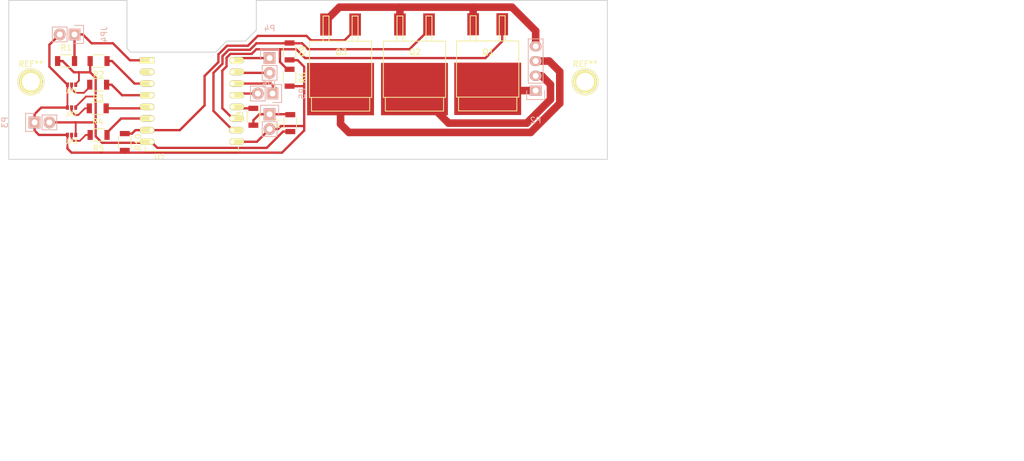
<source format=kicad_pcb>
(kicad_pcb (version 4) (host pcbnew 4.0.2+dfsg1-stable)

  (general
    (links 44)
    (no_connects 0)
    (area 101.778999 80.823999 204.799001 108.279001)
    (thickness 1.6)
    (drawings 14)
    (tracks 191)
    (zones 0)
    (modules 25)
    (nets 25)
  )

  (page A4)
  (title_block
    (title Playstools)
    (date 2016-03-27)
    (rev 1.1)
    (company "Nicola Corna")
    (comment 1 "Copyright 2016 Nicola Corna <nicola@corna.info>")
  )

  (layers
    (0 F.Cu signal)
    (31 B.Cu signal)
    (32 B.Adhes user)
    (33 F.Adhes user)
    (34 B.Paste user)
    (35 F.Paste user)
    (36 B.SilkS user)
    (37 F.SilkS user)
    (38 B.Mask user)
    (39 F.Mask user)
    (40 Dwgs.User user)
    (41 Cmts.User user)
    (42 Eco1.User user)
    (43 Eco2.User user)
    (44 Edge.Cuts user)
    (45 Margin user)
    (46 B.CrtYd user)
    (47 F.CrtYd user)
    (48 B.Fab user)
    (49 F.Fab user)
  )

  (setup
    (last_trace_width 0.4)
    (user_trace_width 0.3)
    (trace_clearance 0.3)
    (zone_clearance 0.508)
    (zone_45_only no)
    (trace_min 0.2)
    (segment_width 0.2)
    (edge_width 0.15)
    (via_size 1.2)
    (via_drill 0.6)
    (via_min_size 0.4)
    (via_min_drill 0.3)
    (uvia_size 0.3)
    (uvia_drill 0.1)
    (uvias_allowed no)
    (uvia_min_size 0.2)
    (uvia_min_drill 0.1)
    (pcb_text_width 0.3)
    (pcb_text_size 1.5 1.5)
    (mod_edge_width 0.15)
    (mod_text_size 1 1)
    (mod_text_width 0.15)
    (pad_size 1.524 1.524)
    (pad_drill 0.762)
    (pad_to_mask_clearance 0.2)
    (aux_axis_origin 0 0)
    (visible_elements FFFFFF7F)
    (pcbplotparams
      (layerselection 0x01000_00000001)
      (usegerberextensions false)
      (excludeedgelayer true)
      (linewidth 0.100000)
      (plotframeref false)
      (viasonmask false)
      (mode 1)
      (useauxorigin false)
      (hpglpennumber 1)
      (hpglpenspeed 20)
      (hpglpendiameter 15)
      (hpglpenoverlay 2)
      (psnegative false)
      (psa4output false)
      (plotreference true)
      (plotvalue true)
      (plotinvisibletext false)
      (padsonsilk false)
      (subtractmaskfromsilk false)
      (outputformat 1)
      (mirror false)
      (drillshape 0)
      (scaleselection 1)
      (outputdirectory ""))
  )

  (net 0 "")
  (net 1 +3V3)
  (net 2 "Net-(JP1-Pad2)")
  (net 3 GND)
  (net 4 "Net-(JP2-Pad2)")
  (net 5 "Net-(JP3-Pad2)")
  (net 6 "Net-(JP4-Pad1)")
  (net 7 "Net-(JP5-Pad1)")
  (net 8 "Net-(P2-Pad1)")
  (net 9 "Net-(P2-Pad2)")
  (net 10 "Net-(P2-Pad3)")
  (net 11 GNDPWR)
  (net 12 GREEN_PIN)
  (net 13 RED_PIN)
  (net 14 BLUE_PIN)
  (net 15 "Net-(R2-Pad1)")
  (net 16 "Net-(R3-Pad1)")
  (net 17 "Net-(R4-Pad1)")
  (net 18 "Net-(R5-Pad1)")
  (net 19 "Net-(U1-Pad2)")
  (net 20 ESP_RX)
  (net 21 ESP_TX)
  (net 22 "Net-(R8-Pad2)")
  (net 23 SCL)
  (net 24 SDA)

  (net_class Default "This is the default net class."
    (clearance 0.3)
    (trace_width 0.4)
    (via_dia 1.2)
    (via_drill 0.6)
    (uvia_dia 0.3)
    (uvia_drill 0.1)
    (add_net +3V3)
    (add_net BLUE_PIN)
    (add_net ESP_RX)
    (add_net ESP_TX)
    (add_net GND)
    (add_net GREEN_PIN)
    (add_net "Net-(JP1-Pad2)")
    (add_net "Net-(JP2-Pad2)")
    (add_net "Net-(JP3-Pad2)")
    (add_net "Net-(JP4-Pad1)")
    (add_net "Net-(JP5-Pad1)")
    (add_net "Net-(R2-Pad1)")
    (add_net "Net-(R3-Pad1)")
    (add_net "Net-(R4-Pad1)")
    (add_net "Net-(R5-Pad1)")
    (add_net "Net-(R8-Pad2)")
    (add_net "Net-(U1-Pad2)")
    (add_net RED_PIN)
    (add_net SCL)
    (add_net SDA)
  )

  (net_class Power ""
    (clearance 0.3)
    (trace_width 1.3)
    (via_dia 1.5)
    (via_drill 0.9)
    (uvia_dia 0.3)
    (uvia_drill 0.1)
    (add_net GNDPWR)
    (add_net "Net-(P2-Pad1)")
    (add_net "Net-(P2-Pad2)")
    (add_net "Net-(P2-Pad3)")
  )

  (module Pin_Headers:Pin_Header_Straight_1x02 (layer B.Cu) (tedit 54EA090C) (tstamp 56EFB3ED)
    (at 113.157 86.741 90)
    (descr "Through hole pin header")
    (tags "pin header")
    (path /56EFB7DC)
    (fp_text reference JP4 (at 0 5.1 90) (layer B.SilkS)
      (effects (font (size 1 1) (thickness 0.15)) (justify mirror))
    )
    (fp_text value JUMPER (at 0 3.1 90) (layer B.Fab)
      (effects (font (size 1 1) (thickness 0.15)) (justify mirror))
    )
    (fp_line (start 1.27 -1.27) (end 1.27 -3.81) (layer B.SilkS) (width 0.15))
    (fp_line (start 1.55 1.55) (end 1.55 0) (layer B.SilkS) (width 0.15))
    (fp_line (start -1.75 1.75) (end -1.75 -4.3) (layer B.CrtYd) (width 0.05))
    (fp_line (start 1.75 1.75) (end 1.75 -4.3) (layer B.CrtYd) (width 0.05))
    (fp_line (start -1.75 1.75) (end 1.75 1.75) (layer B.CrtYd) (width 0.05))
    (fp_line (start -1.75 -4.3) (end 1.75 -4.3) (layer B.CrtYd) (width 0.05))
    (fp_line (start 1.27 -1.27) (end -1.27 -1.27) (layer B.SilkS) (width 0.15))
    (fp_line (start -1.55 0) (end -1.55 1.55) (layer B.SilkS) (width 0.15))
    (fp_line (start -1.55 1.55) (end 1.55 1.55) (layer B.SilkS) (width 0.15))
    (fp_line (start -1.27 -1.27) (end -1.27 -3.81) (layer B.SilkS) (width 0.15))
    (fp_line (start -1.27 -3.81) (end 1.27 -3.81) (layer B.SilkS) (width 0.15))
    (pad 1 thru_hole rect (at 0 0 90) (size 2.032 2.032) (drill 1.016) (layers *.Cu *.Mask B.SilkS)
      (net 6 "Net-(JP4-Pad1)"))
    (pad 2 thru_hole oval (at 0 -2.54 90) (size 2.032 2.032) (drill 1.016) (layers *.Cu *.Mask B.SilkS)
      (net 3 GND))
    (model Pin_Headers.3dshapes/Pin_Header_Straight_1x02.wrl
      (at (xyz 0 -0.05 0))
      (scale (xyz 1 1 1))
      (rotate (xyz 0 0 90))
    )
  )

  (module Pin_Headers:Pin_Header_Straight_1x02 (layer B.Cu) (tedit 54EA090C) (tstamp 56EFB3F3)
    (at 146.685 100.457 180)
    (descr "Through hole pin header")
    (tags "pin header")
    (path /56EFAD49)
    (fp_text reference JP5 (at 0 5.1 180) (layer B.SilkS)
      (effects (font (size 1 1) (thickness 0.15)) (justify mirror))
    )
    (fp_text value JUMPER (at 0 3.1 180) (layer B.Fab)
      (effects (font (size 1 1) (thickness 0.15)) (justify mirror))
    )
    (fp_line (start 1.27 -1.27) (end 1.27 -3.81) (layer B.SilkS) (width 0.15))
    (fp_line (start 1.55 1.55) (end 1.55 0) (layer B.SilkS) (width 0.15))
    (fp_line (start -1.75 1.75) (end -1.75 -4.3) (layer B.CrtYd) (width 0.05))
    (fp_line (start 1.75 1.75) (end 1.75 -4.3) (layer B.CrtYd) (width 0.05))
    (fp_line (start -1.75 1.75) (end 1.75 1.75) (layer B.CrtYd) (width 0.05))
    (fp_line (start -1.75 -4.3) (end 1.75 -4.3) (layer B.CrtYd) (width 0.05))
    (fp_line (start 1.27 -1.27) (end -1.27 -1.27) (layer B.SilkS) (width 0.15))
    (fp_line (start -1.55 0) (end -1.55 1.55) (layer B.SilkS) (width 0.15))
    (fp_line (start -1.55 1.55) (end 1.55 1.55) (layer B.SilkS) (width 0.15))
    (fp_line (start -1.27 -1.27) (end -1.27 -3.81) (layer B.SilkS) (width 0.15))
    (fp_line (start -1.27 -3.81) (end 1.27 -3.81) (layer B.SilkS) (width 0.15))
    (pad 1 thru_hole rect (at 0 0 180) (size 2.032 2.032) (drill 1.016) (layers *.Cu *.Mask B.SilkS)
      (net 7 "Net-(JP5-Pad1)"))
    (pad 2 thru_hole oval (at 0 -2.54 180) (size 2.032 2.032) (drill 1.016) (layers *.Cu *.Mask B.SilkS)
      (net 3 GND))
    (model Pin_Headers.3dshapes/Pin_Header_Straight_1x02.wrl
      (at (xyz 0 -0.05 0))
      (scale (xyz 1 1 1))
      (rotate (xyz 0 0 90))
    )
  )

  (module Pin_Headers:Pin_Header_Straight_1x04 (layer B.Cu) (tedit 0) (tstamp 56EFB400)
    (at 192.405 96.393)
    (descr "Through hole pin header")
    (tags "pin header")
    (path /56EFC760)
    (fp_text reference P2 (at 0 5.1) (layer B.SilkS)
      (effects (font (size 1 1) (thickness 0.15)) (justify mirror))
    )
    (fp_text value CONN_01X04 (at 0 3.1) (layer B.Fab)
      (effects (font (size 1 1) (thickness 0.15)) (justify mirror))
    )
    (fp_line (start -1.75 1.75) (end -1.75 -9.4) (layer B.CrtYd) (width 0.05))
    (fp_line (start 1.75 1.75) (end 1.75 -9.4) (layer B.CrtYd) (width 0.05))
    (fp_line (start -1.75 1.75) (end 1.75 1.75) (layer B.CrtYd) (width 0.05))
    (fp_line (start -1.75 -9.4) (end 1.75 -9.4) (layer B.CrtYd) (width 0.05))
    (fp_line (start -1.27 -1.27) (end -1.27 -8.89) (layer B.SilkS) (width 0.15))
    (fp_line (start 1.27 -1.27) (end 1.27 -8.89) (layer B.SilkS) (width 0.15))
    (fp_line (start 1.55 1.55) (end 1.55 0) (layer B.SilkS) (width 0.15))
    (fp_line (start -1.27 -8.89) (end 1.27 -8.89) (layer B.SilkS) (width 0.15))
    (fp_line (start 1.27 -1.27) (end -1.27 -1.27) (layer B.SilkS) (width 0.15))
    (fp_line (start -1.55 0) (end -1.55 1.55) (layer B.SilkS) (width 0.15))
    (fp_line (start -1.55 1.55) (end 1.55 1.55) (layer B.SilkS) (width 0.15))
    (pad 1 thru_hole rect (at 0 0) (size 2.032 1.7272) (drill 1.016) (layers *.Cu *.Mask B.SilkS)
      (net 8 "Net-(P2-Pad1)"))
    (pad 2 thru_hole oval (at 0 -2.54) (size 2.032 1.7272) (drill 1.016) (layers *.Cu *.Mask B.SilkS)
      (net 9 "Net-(P2-Pad2)"))
    (pad 3 thru_hole oval (at 0 -5.08) (size 2.032 1.7272) (drill 1.016) (layers *.Cu *.Mask B.SilkS)
      (net 10 "Net-(P2-Pad3)"))
    (pad 4 thru_hole oval (at 0 -7.62) (size 2.032 1.7272) (drill 1.016) (layers *.Cu *.Mask B.SilkS)
      (net 11 GNDPWR))
    (model Pin_Headers.3dshapes/Pin_Header_Straight_1x04.wrl
      (at (xyz 0 -0.15 0))
      (scale (xyz 1 1 1))
      (rotate (xyz 0 0 90))
    )
  )

  (module TO_SOT_Packages_SMD:SOT-404 (layer F.Cu) (tedit 0) (tstamp 56EFB407)
    (at 184.158703 90.541365 180)
    (descr SOT404)
    (path /56EFC3D8)
    (attr smd)
    (fp_text reference Q1 (at -0.09906 0.8001 180) (layer F.SilkS)
      (effects (font (size 1 1) (thickness 0.15)))
    )
    (fp_text value Q_NMOS_GDS (at -0.20066 1.09982 180) (layer F.Fab)
      (effects (font (size 1 1) (thickness 0.15)))
    )
    (fp_line (start -5.0038 -6.9723) (end -5.0038 -9.3345) (layer F.SilkS) (width 0.15))
    (fp_line (start -5.0038 -9.3345) (end 5.0038 -9.3345) (layer F.SilkS) (width 0.15))
    (fp_line (start 5.0038 -9.3345) (end 5.0038 -6.9723) (layer F.SilkS) (width 0.15))
    (fp_line (start 2.9972 7.0104) (end 2.9972 2.6797) (layer F.SilkS) (width 0.15))
    (fp_line (start 1.9939 7.0104) (end 2.9972 7.0104) (layer F.SilkS) (width 0.15))
    (fp_line (start 1.9939 2.6797) (end 1.9939 7.0104) (layer F.SilkS) (width 0.15))
    (fp_line (start -2.9972 2.6797) (end -2.9972 7.0104) (layer F.SilkS) (width 0.15))
    (fp_line (start -2.9972 7.0104) (end -1.9939 7.0104) (layer F.SilkS) (width 0.15))
    (fp_line (start -1.9939 7.0104) (end -1.9939 2.6797) (layer F.SilkS) (width 0.15))
    (fp_line (start -5.3467 -6.9723) (end 5.3467 -6.9723) (layer F.SilkS) (width 0.15))
    (fp_line (start 5.3467 -6.9723) (end 5.3467 2.6797) (layer F.SilkS) (width 0.15))
    (fp_line (start 5.3467 2.6797) (end -5.3467 2.6797) (layer F.SilkS) (width 0.15))
    (fp_line (start -5.3467 2.6797) (end -5.3467 -6.9723) (layer F.SilkS) (width 0.15))
    (pad 1 smd rect (at -2.49936 5.5499 180) (size 1.99898 3.79984) (layers F.Cu F.Paste F.Mask)
      (net 12 GREEN_PIN))
    (pad 3 smd rect (at 2.49936 5.5499 180) (size 1.99898 3.79984) (layers F.Cu F.Paste F.Mask)
      (net 11 GNDPWR))
    (pad 2 smd rect (at 0 -5.5499 180) (size 11.50112 8.99922) (layers F.Cu F.Paste F.Mask)
      (net 8 "Net-(P2-Pad1)"))
    (model TO_SOT_Packages_SMD.3dshapes/SOT-404.wrl
      (at (xyz 0 0 0))
      (scale (xyz 1 1 1))
      (rotate (xyz 0 0 0))
    )
  )

  (module TO_SOT_Packages_SMD:SOT-404 (layer F.Cu) (tedit 0) (tstamp 56EFB40E)
    (at 171.577 90.579465 180)
    (descr SOT404)
    (path /56EFC316)
    (attr smd)
    (fp_text reference Q2 (at -0.09906 0.8001 180) (layer F.SilkS)
      (effects (font (size 1 1) (thickness 0.15)))
    )
    (fp_text value Q_NMOS_GDS (at -0.20066 1.09982 180) (layer F.Fab)
      (effects (font (size 1 1) (thickness 0.15)))
    )
    (fp_line (start -5.0038 -6.9723) (end -5.0038 -9.3345) (layer F.SilkS) (width 0.15))
    (fp_line (start -5.0038 -9.3345) (end 5.0038 -9.3345) (layer F.SilkS) (width 0.15))
    (fp_line (start 5.0038 -9.3345) (end 5.0038 -6.9723) (layer F.SilkS) (width 0.15))
    (fp_line (start 2.9972 7.0104) (end 2.9972 2.6797) (layer F.SilkS) (width 0.15))
    (fp_line (start 1.9939 7.0104) (end 2.9972 7.0104) (layer F.SilkS) (width 0.15))
    (fp_line (start 1.9939 2.6797) (end 1.9939 7.0104) (layer F.SilkS) (width 0.15))
    (fp_line (start -2.9972 2.6797) (end -2.9972 7.0104) (layer F.SilkS) (width 0.15))
    (fp_line (start -2.9972 7.0104) (end -1.9939 7.0104) (layer F.SilkS) (width 0.15))
    (fp_line (start -1.9939 7.0104) (end -1.9939 2.6797) (layer F.SilkS) (width 0.15))
    (fp_line (start -5.3467 -6.9723) (end 5.3467 -6.9723) (layer F.SilkS) (width 0.15))
    (fp_line (start 5.3467 -6.9723) (end 5.3467 2.6797) (layer F.SilkS) (width 0.15))
    (fp_line (start 5.3467 2.6797) (end -5.3467 2.6797) (layer F.SilkS) (width 0.15))
    (fp_line (start -5.3467 2.6797) (end -5.3467 -6.9723) (layer F.SilkS) (width 0.15))
    (pad 1 smd rect (at -2.49936 5.5499 180) (size 1.99898 3.79984) (layers F.Cu F.Paste F.Mask)
      (net 13 RED_PIN))
    (pad 3 smd rect (at 2.49936 5.5499 180) (size 1.99898 3.79984) (layers F.Cu F.Paste F.Mask)
      (net 11 GNDPWR))
    (pad 2 smd rect (at 0 -5.5499 180) (size 11.50112 8.99922) (layers F.Cu F.Paste F.Mask)
      (net 9 "Net-(P2-Pad2)"))
    (model TO_SOT_Packages_SMD.3dshapes/SOT-404.wrl
      (at (xyz 0 0 0))
      (scale (xyz 1 1 1))
      (rotate (xyz 0 0 0))
    )
  )

  (module TO_SOT_Packages_SMD:SOT-404 (layer F.Cu) (tedit 0) (tstamp 56EFB415)
    (at 158.877 90.5891 180)
    (descr SOT404)
    (path /56EFC365)
    (attr smd)
    (fp_text reference Q3 (at -0.09906 0.8001 180) (layer F.SilkS)
      (effects (font (size 1 1) (thickness 0.15)))
    )
    (fp_text value Q_NMOS_GDS (at -0.20066 1.09982 180) (layer F.Fab)
      (effects (font (size 1 1) (thickness 0.15)))
    )
    (fp_line (start -5.0038 -6.9723) (end -5.0038 -9.3345) (layer F.SilkS) (width 0.15))
    (fp_line (start -5.0038 -9.3345) (end 5.0038 -9.3345) (layer F.SilkS) (width 0.15))
    (fp_line (start 5.0038 -9.3345) (end 5.0038 -6.9723) (layer F.SilkS) (width 0.15))
    (fp_line (start 2.9972 7.0104) (end 2.9972 2.6797) (layer F.SilkS) (width 0.15))
    (fp_line (start 1.9939 7.0104) (end 2.9972 7.0104) (layer F.SilkS) (width 0.15))
    (fp_line (start 1.9939 2.6797) (end 1.9939 7.0104) (layer F.SilkS) (width 0.15))
    (fp_line (start -2.9972 2.6797) (end -2.9972 7.0104) (layer F.SilkS) (width 0.15))
    (fp_line (start -2.9972 7.0104) (end -1.9939 7.0104) (layer F.SilkS) (width 0.15))
    (fp_line (start -1.9939 7.0104) (end -1.9939 2.6797) (layer F.SilkS) (width 0.15))
    (fp_line (start -5.3467 -6.9723) (end 5.3467 -6.9723) (layer F.SilkS) (width 0.15))
    (fp_line (start 5.3467 -6.9723) (end 5.3467 2.6797) (layer F.SilkS) (width 0.15))
    (fp_line (start 5.3467 2.6797) (end -5.3467 2.6797) (layer F.SilkS) (width 0.15))
    (fp_line (start -5.3467 2.6797) (end -5.3467 -6.9723) (layer F.SilkS) (width 0.15))
    (pad 1 smd rect (at -2.49936 5.5499 180) (size 1.99898 3.79984) (layers F.Cu F.Paste F.Mask)
      (net 14 BLUE_PIN))
    (pad 3 smd rect (at 2.49936 5.5499 180) (size 1.99898 3.79984) (layers F.Cu F.Paste F.Mask)
      (net 11 GNDPWR))
    (pad 2 smd rect (at 0 -5.5499 180) (size 11.50112 8.99922) (layers F.Cu F.Paste F.Mask)
      (net 10 "Net-(P2-Pad3)"))
    (model TO_SOT_Packages_SMD.3dshapes/SOT-404.wrl
      (at (xyz 0 0 0))
      (scale (xyz 1 1 1))
      (rotate (xyz 0 0 0))
    )
  )

  (module Resistors_SMD:R_1206 (layer F.Cu) (tedit 5415CFA7) (tstamp 56EFB41B)
    (at 111.707 91.313)
    (descr "Resistor SMD 1206, reflow soldering, Vishay (see dcrcw.pdf)")
    (tags "resistor 1206")
    (path /56EFB7D6)
    (attr smd)
    (fp_text reference R1 (at 0 -2.3) (layer F.SilkS)
      (effects (font (size 1 1) (thickness 0.15)))
    )
    (fp_text value 10k (at 0 2.3) (layer F.Fab)
      (effects (font (size 1 1) (thickness 0.15)))
    )
    (fp_line (start -2.2 -1.2) (end 2.2 -1.2) (layer F.CrtYd) (width 0.05))
    (fp_line (start -2.2 1.2) (end 2.2 1.2) (layer F.CrtYd) (width 0.05))
    (fp_line (start -2.2 -1.2) (end -2.2 1.2) (layer F.CrtYd) (width 0.05))
    (fp_line (start 2.2 -1.2) (end 2.2 1.2) (layer F.CrtYd) (width 0.05))
    (fp_line (start 1 1.075) (end -1 1.075) (layer F.SilkS) (width 0.15))
    (fp_line (start -1 -1.075) (end 1 -1.075) (layer F.SilkS) (width 0.15))
    (pad 1 smd rect (at -1.45 0) (size 0.9 1.7) (layers F.Cu F.Paste F.Mask)
      (net 1 +3V3))
    (pad 2 smd rect (at 1.45 0) (size 0.9 1.7) (layers F.Cu F.Paste F.Mask)
      (net 6 "Net-(JP4-Pad1)"))
    (model Resistors_SMD.3dshapes/R_1206.wrl
      (at (xyz 0 0 0))
      (scale (xyz 1 1 1))
      (rotate (xyz 0 0 0))
    )
  )

  (module Resistors_SMD:R_1206 (layer F.Cu) (tedit 5415CFA7) (tstamp 56EFB421)
    (at 117.295 91.313 180)
    (descr "Resistor SMD 1206, reflow soldering, Vishay (see dcrcw.pdf)")
    (tags "resistor 1206")
    (path /56EFB4A2)
    (attr smd)
    (fp_text reference R2 (at 0 -2.3 180) (layer F.SilkS)
      (effects (font (size 1 1) (thickness 0.15)))
    )
    (fp_text value 1k (at 0 2.3 180) (layer F.Fab)
      (effects (font (size 1 1) (thickness 0.15)))
    )
    (fp_line (start -2.2 -1.2) (end 2.2 -1.2) (layer F.CrtYd) (width 0.05))
    (fp_line (start -2.2 1.2) (end 2.2 1.2) (layer F.CrtYd) (width 0.05))
    (fp_line (start -2.2 -1.2) (end -2.2 1.2) (layer F.CrtYd) (width 0.05))
    (fp_line (start 2.2 -1.2) (end 2.2 1.2) (layer F.CrtYd) (width 0.05))
    (fp_line (start 1 1.075) (end -1 1.075) (layer F.SilkS) (width 0.15))
    (fp_line (start -1 -1.075) (end 1 -1.075) (layer F.SilkS) (width 0.15))
    (pad 1 smd rect (at -1.45 0 180) (size 0.9 1.7) (layers F.Cu F.Paste F.Mask)
      (net 15 "Net-(R2-Pad1)"))
    (pad 2 smd rect (at 1.45 0 180) (size 0.9 1.7) (layers F.Cu F.Paste F.Mask)
      (net 1 +3V3))
    (model Resistors_SMD.3dshapes/R_1206.wrl
      (at (xyz 0 0 0))
      (scale (xyz 1 1 1))
      (rotate (xyz 0 0 0))
    )
  )

  (module Resistors_SMD:R_1206 (layer F.Cu) (tedit 5415CFA7) (tstamp 56EFB427)
    (at 117.221 95.377 180)
    (descr "Resistor SMD 1206, reflow soldering, Vishay (see dcrcw.pdf)")
    (tags "resistor 1206")
    (path /56EFB331)
    (attr smd)
    (fp_text reference R3 (at 0 -2.3 180) (layer F.SilkS)
      (effects (font (size 1 1) (thickness 0.15)))
    )
    (fp_text value 1k (at 0 2.3 180) (layer F.Fab)
      (effects (font (size 1 1) (thickness 0.15)))
    )
    (fp_line (start -2.2 -1.2) (end 2.2 -1.2) (layer F.CrtYd) (width 0.05))
    (fp_line (start -2.2 1.2) (end 2.2 1.2) (layer F.CrtYd) (width 0.05))
    (fp_line (start -2.2 -1.2) (end -2.2 1.2) (layer F.CrtYd) (width 0.05))
    (fp_line (start 2.2 -1.2) (end 2.2 1.2) (layer F.CrtYd) (width 0.05))
    (fp_line (start 1 1.075) (end -1 1.075) (layer F.SilkS) (width 0.15))
    (fp_line (start -1 -1.075) (end 1 -1.075) (layer F.SilkS) (width 0.15))
    (pad 1 smd rect (at -1.45 0 180) (size 0.9 1.7) (layers F.Cu F.Paste F.Mask)
      (net 16 "Net-(R3-Pad1)"))
    (pad 2 smd rect (at 1.45 0 180) (size 0.9 1.7) (layers F.Cu F.Paste F.Mask)
      (net 2 "Net-(JP1-Pad2)"))
    (model Resistors_SMD.3dshapes/R_1206.wrl
      (at (xyz 0 0 0))
      (scale (xyz 1 1 1))
      (rotate (xyz 0 0 0))
    )
  )

  (module Resistors_SMD:R_1206 (layer F.Cu) (tedit 5415CFA7) (tstamp 56EFB42D)
    (at 117.147 99.441 180)
    (descr "Resistor SMD 1206, reflow soldering, Vishay (see dcrcw.pdf)")
    (tags "resistor 1206")
    (path /56EFB3DD)
    (attr smd)
    (fp_text reference R4 (at 0 -2.3 180) (layer F.SilkS)
      (effects (font (size 1 1) (thickness 0.15)))
    )
    (fp_text value 1k (at 0 2.3 180) (layer F.Fab)
      (effects (font (size 1 1) (thickness 0.15)))
    )
    (fp_line (start -2.2 -1.2) (end 2.2 -1.2) (layer F.CrtYd) (width 0.05))
    (fp_line (start -2.2 1.2) (end 2.2 1.2) (layer F.CrtYd) (width 0.05))
    (fp_line (start -2.2 -1.2) (end -2.2 1.2) (layer F.CrtYd) (width 0.05))
    (fp_line (start 2.2 -1.2) (end 2.2 1.2) (layer F.CrtYd) (width 0.05))
    (fp_line (start 1 1.075) (end -1 1.075) (layer F.SilkS) (width 0.15))
    (fp_line (start -1 -1.075) (end 1 -1.075) (layer F.SilkS) (width 0.15))
    (pad 1 smd rect (at -1.45 0 180) (size 0.9 1.7) (layers F.Cu F.Paste F.Mask)
      (net 17 "Net-(R4-Pad1)"))
    (pad 2 smd rect (at 1.45 0 180) (size 0.9 1.7) (layers F.Cu F.Paste F.Mask)
      (net 4 "Net-(JP2-Pad2)"))
    (model Resistors_SMD.3dshapes/R_1206.wrl
      (at (xyz 0 0 0))
      (scale (xyz 1 1 1))
      (rotate (xyz 0 0 0))
    )
  )

  (module Resistors_SMD:R_1206 (layer F.Cu) (tedit 5415CFA7) (tstamp 56EFB433)
    (at 117.295 104.013 180)
    (descr "Resistor SMD 1206, reflow soldering, Vishay (see dcrcw.pdf)")
    (tags "resistor 1206")
    (path /56EFB40C)
    (attr smd)
    (fp_text reference R5 (at 0 -2.3 180) (layer F.SilkS)
      (effects (font (size 1 1) (thickness 0.15)))
    )
    (fp_text value 1k (at 0 2.3 180) (layer F.Fab)
      (effects (font (size 1 1) (thickness 0.15)))
    )
    (fp_line (start -2.2 -1.2) (end 2.2 -1.2) (layer F.CrtYd) (width 0.05))
    (fp_line (start -2.2 1.2) (end 2.2 1.2) (layer F.CrtYd) (width 0.05))
    (fp_line (start -2.2 -1.2) (end -2.2 1.2) (layer F.CrtYd) (width 0.05))
    (fp_line (start 2.2 -1.2) (end 2.2 1.2) (layer F.CrtYd) (width 0.05))
    (fp_line (start 1 1.075) (end -1 1.075) (layer F.SilkS) (width 0.15))
    (fp_line (start -1 -1.075) (end 1 -1.075) (layer F.SilkS) (width 0.15))
    (pad 1 smd rect (at -1.45 0 180) (size 0.9 1.7) (layers F.Cu F.Paste F.Mask)
      (net 18 "Net-(R5-Pad1)"))
    (pad 2 smd rect (at 1.45 0 180) (size 0.9 1.7) (layers F.Cu F.Paste F.Mask)
      (net 5 "Net-(JP3-Pad2)"))
    (model Resistors_SMD.3dshapes/R_1206.wrl
      (at (xyz 0 0 0))
      (scale (xyz 1 1 1))
      (rotate (xyz 0 0 0))
    )
  )

  (module Resistors_SMD:R_1206 (layer F.Cu) (tedit 5415CFA7) (tstamp 56EFB43F)
    (at 150.241 101.981 90)
    (descr "Resistor SMD 1206, reflow soldering, Vishay (see dcrcw.pdf)")
    (tags "resistor 1206")
    (path /56EFACD2)
    (attr smd)
    (fp_text reference R7 (at 0 -2.3 90) (layer F.SilkS)
      (effects (font (size 1 1) (thickness 0.15)))
    )
    (fp_text value 10k (at 0 2.3 90) (layer F.Fab)
      (effects (font (size 1 1) (thickness 0.15)))
    )
    (fp_line (start -2.2 -1.2) (end 2.2 -1.2) (layer F.CrtYd) (width 0.05))
    (fp_line (start -2.2 1.2) (end 2.2 1.2) (layer F.CrtYd) (width 0.05))
    (fp_line (start -2.2 -1.2) (end -2.2 1.2) (layer F.CrtYd) (width 0.05))
    (fp_line (start 2.2 -1.2) (end 2.2 1.2) (layer F.CrtYd) (width 0.05))
    (fp_line (start 1 1.075) (end -1 1.075) (layer F.SilkS) (width 0.15))
    (fp_line (start -1 -1.075) (end 1 -1.075) (layer F.SilkS) (width 0.15))
    (pad 1 smd rect (at -1.45 0 90) (size 0.9 1.7) (layers F.Cu F.Paste F.Mask)
      (net 1 +3V3))
    (pad 2 smd rect (at 1.45 0 90) (size 0.9 1.7) (layers F.Cu F.Paste F.Mask)
      (net 7 "Net-(JP5-Pad1)"))
    (model Resistors_SMD.3dshapes/R_1206.wrl
      (at (xyz 0 0 0))
      (scale (xyz 1 1 1))
      (rotate (xyz 0 0 0))
    )
  )

  (module ESP8266:ESP-12 locked (layer F.Cu) (tedit 55BE5912) (tstamp 56EFB453)
    (at 126.335 91.187)
    (descr "Module, ESP-8266, ESP-12, 16 pad, SMD")
    (tags "Module ESP-8266 ESP8266")
    (path /56EFAC3E)
    (fp_text reference U1 (at 1.5 16.6) (layer F.SilkS)
      (effects (font (size 1 1) (thickness 0.15)))
    )
    (fp_text value ESP-12 (at 6.992 1) (layer F.Fab)
      (effects (font (size 1 1) (thickness 0.15)))
    )
    (fp_line (start -2.25 -0.5) (end -2.25 -8.75) (layer F.CrtYd) (width 0.05))
    (fp_line (start -2.25 -8.75) (end 15.25 -8.75) (layer F.CrtYd) (width 0.05))
    (fp_line (start 15.25 -8.75) (end 16.25 -8.75) (layer F.CrtYd) (width 0.05))
    (fp_line (start 16.25 -8.75) (end 16.25 16) (layer F.CrtYd) (width 0.05))
    (fp_line (start 16.25 16) (end -2.25 16) (layer F.CrtYd) (width 0.05))
    (fp_line (start -2.25 16) (end -2.25 -0.5) (layer F.CrtYd) (width 0.05))
    (fp_line (start -1.016 -8.382) (end 14.986 -8.382) (layer F.CrtYd) (width 0.1524))
    (fp_line (start 14.986 -8.382) (end 14.986 -0.889) (layer F.CrtYd) (width 0.1524))
    (fp_line (start -1.016 -8.382) (end -1.016 -1.016) (layer F.CrtYd) (width 0.1524))
    (fp_line (start -1.016 14.859) (end -1.016 15.621) (layer F.SilkS) (width 0.1524))
    (fp_line (start -1.016 15.621) (end 14.986 15.621) (layer F.SilkS) (width 0.1524))
    (fp_line (start 14.986 15.621) (end 14.986 14.859) (layer F.SilkS) (width 0.1524))
    (fp_line (start 14.992 -8.4) (end -1.008 -2.6) (layer F.CrtYd) (width 0.1524))
    (fp_line (start -1.008 -8.4) (end 14.992 -2.6) (layer F.CrtYd) (width 0.1524))
    (fp_text user "No Copper" (at 6.892 -5.4) (layer F.CrtYd)
      (effects (font (size 1 1) (thickness 0.15)))
    )
    (fp_line (start -1.008 -2.6) (end 14.992 -2.6) (layer F.CrtYd) (width 0.1524))
    (fp_line (start 15 -8.4) (end 15 15.6) (layer F.Fab) (width 0.05))
    (fp_line (start 14.992 15.6) (end -1.008 15.6) (layer F.Fab) (width 0.05))
    (fp_line (start -1.008 15.6) (end -1.008 -8.4) (layer F.Fab) (width 0.05))
    (fp_line (start -1.008 -8.4) (end 14.992 -8.4) (layer F.Fab) (width 0.05))
    (pad 1 thru_hole rect (at 0 0) (size 2.5 1.1) (drill 0.65 (offset -0.7 0)) (layers *.Cu *.Mask F.SilkS)
      (net 6 "Net-(JP4-Pad1)"))
    (pad 2 thru_hole oval (at 0 2) (size 2.5 1.1) (drill 0.65 (offset -0.7 0)) (layers *.Cu *.Mask F.SilkS)
      (net 19 "Net-(U1-Pad2)"))
    (pad 3 thru_hole oval (at 0 4) (size 2.5 1.1) (drill 0.65 (offset -0.7 0)) (layers *.Cu *.Mask F.SilkS)
      (net 15 "Net-(R2-Pad1)"))
    (pad 4 thru_hole oval (at 0 6) (size 2.5 1.1) (drill 0.65 (offset -0.7 0)) (layers *.Cu *.Mask F.SilkS)
      (net 16 "Net-(R3-Pad1)"))
    (pad 5 thru_hole oval (at 0 8) (size 2.5 1.1) (drill 0.65 (offset -0.7 0)) (layers *.Cu *.Mask F.SilkS)
      (net 17 "Net-(R4-Pad1)"))
    (pad 6 thru_hole oval (at 0 10) (size 2.5 1.1) (drill 0.65 (offset -0.7 0)) (layers *.Cu *.Mask F.SilkS)
      (net 18 "Net-(R5-Pad1)"))
    (pad 7 thru_hole oval (at 0 12) (size 2.5 1.1) (drill 0.65 (offset -0.7 0)) (layers *.Cu *.Mask F.SilkS)
      (net 14 BLUE_PIN))
    (pad 8 thru_hole oval (at 0 14) (size 2.5 1.1) (drill 0.65 (offset -0.7 0)) (layers *.Cu *.Mask F.SilkS)
      (net 1 +3V3))
    (pad 9 thru_hole oval (at 14 14) (size 2.5 1.1) (drill 0.65 (offset 0.7 0)) (layers *.Cu *.Mask F.SilkS)
      (net 3 GND))
    (pad 10 thru_hole oval (at 14 12) (size 2.5 1.1) (drill 0.65 (offset 0.6 0)) (layers *.Cu *.Mask F.SilkS)
      (net 13 RED_PIN))
    (pad 11 thru_hole oval (at 14 10) (size 2.5 1.1) (drill 0.65 (offset 0.7 0)) (layers *.Cu *.Mask F.SilkS)
      (net 12 GREEN_PIN))
    (pad 12 thru_hole oval (at 14 8) (size 2.5 1.1) (drill 0.65 (offset 0.7 0)) (layers *.Cu *.Mask F.SilkS)
      (net 22 "Net-(R8-Pad2)"))
    (pad 13 thru_hole oval (at 14 6) (size 2.5 1.1) (drill 0.65 (offset 0.7 0)) (layers *.Cu *.Mask F.SilkS)
      (net 24 SDA))
    (pad 14 thru_hole oval (at 14 4) (size 2.5 1.1) (drill 0.65 (offset 0.7 0)) (layers *.Cu *.Mask F.SilkS)
      (net 23 SCL))
    (pad 15 thru_hole oval (at 14 2) (size 2.5 1.1) (drill 0.65 (offset 0.7 0)) (layers *.Cu *.Mask F.SilkS)
      (net 20 ESP_RX))
    (pad 16 thru_hole oval (at 14 0) (size 2.5 1.1) (drill 0.65 (offset 0.7 0)) (layers *.Cu *.Mask F.SilkS)
      (net 21 ESP_TX))
    (model ${ESPLIB}/ESP8266.3dshapes/ESP-12.wrl
      (at (xyz 0 0 0))
      (scale (xyz 0.3937 0.3937 0.3937))
      (rotate (xyz 0 0 0))
    )
  )

  (module Pin_Headers:Pin_Header_Straight_1x02 (layer B.Cu) (tedit 54EA090C) (tstamp 56EFB572)
    (at 106.299 101.854 270)
    (descr "Through hole pin header")
    (tags "pin header")
    (path /56EFD101)
    (fp_text reference P3 (at 0 5.1 270) (layer B.SilkS)
      (effects (font (size 1 1) (thickness 0.15)) (justify mirror))
    )
    (fp_text value CONN_01X02 (at 0 3.1 270) (layer B.Fab)
      (effects (font (size 1 1) (thickness 0.15)) (justify mirror))
    )
    (fp_line (start 1.27 -1.27) (end 1.27 -3.81) (layer B.SilkS) (width 0.15))
    (fp_line (start 1.55 1.55) (end 1.55 0) (layer B.SilkS) (width 0.15))
    (fp_line (start -1.75 1.75) (end -1.75 -4.3) (layer B.CrtYd) (width 0.05))
    (fp_line (start 1.75 1.75) (end 1.75 -4.3) (layer B.CrtYd) (width 0.05))
    (fp_line (start -1.75 1.75) (end 1.75 1.75) (layer B.CrtYd) (width 0.05))
    (fp_line (start -1.75 -4.3) (end 1.75 -4.3) (layer B.CrtYd) (width 0.05))
    (fp_line (start 1.27 -1.27) (end -1.27 -1.27) (layer B.SilkS) (width 0.15))
    (fp_line (start -1.55 0) (end -1.55 1.55) (layer B.SilkS) (width 0.15))
    (fp_line (start -1.55 1.55) (end 1.55 1.55) (layer B.SilkS) (width 0.15))
    (fp_line (start -1.27 -1.27) (end -1.27 -3.81) (layer B.SilkS) (width 0.15))
    (fp_line (start -1.27 -3.81) (end 1.27 -3.81) (layer B.SilkS) (width 0.15))
    (pad 1 thru_hole rect (at 0 0 270) (size 2.032 2.032) (drill 1.016) (layers *.Cu *.Mask B.SilkS)
      (net 3 GND))
    (pad 2 thru_hole oval (at 0 -2.54 270) (size 2.032 2.032) (drill 1.016) (layers *.Cu *.Mask B.SilkS)
      (net 1 +3V3))
    (model Pin_Headers.3dshapes/Pin_Header_Straight_1x02.wrl
      (at (xyz 0 -0.05 0))
      (scale (xyz 1 1 1))
      (rotate (xyz 0 0 90))
    )
  )

  (module Pin_Headers:Pin_Header_Straight_1x02 (layer B.Cu) (tedit 54EA090C) (tstamp 56EFB578)
    (at 146.685 90.805 180)
    (descr "Through hole pin header")
    (tags "pin header")
    (path /56EFDB70)
    (fp_text reference P4 (at 0 5.1 180) (layer B.SilkS)
      (effects (font (size 1 1) (thickness 0.15)) (justify mirror))
    )
    (fp_text value CONN_01X02 (at 0 3.1 180) (layer B.Fab)
      (effects (font (size 1 1) (thickness 0.15)) (justify mirror))
    )
    (fp_line (start 1.27 -1.27) (end 1.27 -3.81) (layer B.SilkS) (width 0.15))
    (fp_line (start 1.55 1.55) (end 1.55 0) (layer B.SilkS) (width 0.15))
    (fp_line (start -1.75 1.75) (end -1.75 -4.3) (layer B.CrtYd) (width 0.05))
    (fp_line (start 1.75 1.75) (end 1.75 -4.3) (layer B.CrtYd) (width 0.05))
    (fp_line (start -1.75 1.75) (end 1.75 1.75) (layer B.CrtYd) (width 0.05))
    (fp_line (start -1.75 -4.3) (end 1.75 -4.3) (layer B.CrtYd) (width 0.05))
    (fp_line (start 1.27 -1.27) (end -1.27 -1.27) (layer B.SilkS) (width 0.15))
    (fp_line (start -1.55 0) (end -1.55 1.55) (layer B.SilkS) (width 0.15))
    (fp_line (start -1.55 1.55) (end 1.55 1.55) (layer B.SilkS) (width 0.15))
    (fp_line (start -1.27 -1.27) (end -1.27 -3.81) (layer B.SilkS) (width 0.15))
    (fp_line (start -1.27 -3.81) (end 1.27 -3.81) (layer B.SilkS) (width 0.15))
    (pad 1 thru_hole rect (at 0 0 180) (size 2.032 2.032) (drill 1.016) (layers *.Cu *.Mask B.SilkS)
      (net 21 ESP_TX))
    (pad 2 thru_hole oval (at 0 -2.54 180) (size 2.032 2.032) (drill 1.016) (layers *.Cu *.Mask B.SilkS)
      (net 20 ESP_RX))
    (model Pin_Headers.3dshapes/Pin_Header_Straight_1x02.wrl
      (at (xyz 0 -0.05 0))
      (scale (xyz 1 1 1))
      (rotate (xyz 0 0 90))
    )
  )

  (module Connect:1pin (layer F.Cu) (tedit 0) (tstamp 56EFBF0F)
    (at 200.914 94.869)
    (descr "module 1 pin (ou trou mecanique de percage)")
    (tags DEV)
    (fp_text reference REF** (at 0 -3.048) (layer F.SilkS)
      (effects (font (size 1 1) (thickness 0.15)))
    )
    (fp_text value 1pin (at 0 2.794) (layer F.Fab)
      (effects (font (size 1 1) (thickness 0.15)))
    )
    (fp_circle (center 0 0) (end 0 -2.286) (layer F.SilkS) (width 0.15))
    (pad 1 thru_hole circle (at 0 0) (size 4.064 4.064) (drill 3.048) (layers *.Cu *.Mask F.SilkS))
  )

  (module Connect:1pin (layer F.Cu) (tedit 0) (tstamp 56EFC128)
    (at 105.664 94.869)
    (descr "module 1 pin (ou trou mecanique de percage)")
    (tags DEV)
    (fp_text reference REF** (at 0 -3.048) (layer F.SilkS)
      (effects (font (size 1 1) (thickness 0.15)))
    )
    (fp_text value 1pin (at 0 2.794) (layer F.Fab)
      (effects (font (size 1 1) (thickness 0.15)))
    )
    (fp_circle (center 0 0) (end 0 -2.286) (layer F.SilkS) (width 0.15))
    (pad 1 thru_hole circle (at 0 0) (size 4.064 4.064) (drill 3.048) (layers *.Cu *.Mask F.SilkS))
  )

  (module open-project:S_JUMPER_3 (layer F.Cu) (tedit 514E2FE1) (tstamp 56F051B5)
    (at 112.649 95.377 180)
    (path /56EFAF9F)
    (fp_text reference JP1 (at 0 -1.15 180) (layer F.SilkS)
      (effects (font (size 0.762 0.762) (thickness 0.127)))
    )
    (fp_text value JUMPER3 (at -0.05 1.25 180) (layer F.SilkS) hide
      (effects (font (size 0.762 0.762) (thickness 0.127)))
    )
    (pad 2 smd rect (at 0 0 180) (size 0.508 0.762) (layers F.Cu F.Paste F.Mask)
      (net 2 "Net-(JP1-Pad2)") (clearance 0.2032))
    (pad 1 smd rect (at -0.7112 0 180) (size 0.508 0.762) (layers F.Cu F.Paste F.Mask)
      (net 1 +3V3) (clearance 0.2032))
    (pad 3 smd rect (at 0.7112 0 180) (size 0.508 0.762) (layers F.Cu F.Paste F.Mask)
      (net 3 GND) (clearance 0.2032))
  )

  (module open-project:S_JUMPER_3 (layer F.Cu) (tedit 514E2FE1) (tstamp 56F051BB)
    (at 112.649 99.314 180)
    (path /56EFAE2F)
    (fp_text reference JP2 (at 0 -1.15 180) (layer F.SilkS)
      (effects (font (size 0.762 0.762) (thickness 0.127)))
    )
    (fp_text value JUMPER3 (at -0.05 1.25 180) (layer F.SilkS) hide
      (effects (font (size 0.762 0.762) (thickness 0.127)))
    )
    (pad 2 smd rect (at 0 0 180) (size 0.508 0.762) (layers F.Cu F.Paste F.Mask)
      (net 4 "Net-(JP2-Pad2)") (clearance 0.2032))
    (pad 1 smd rect (at -0.7112 0 180) (size 0.508 0.762) (layers F.Cu F.Paste F.Mask)
      (net 1 +3V3) (clearance 0.2032))
    (pad 3 smd rect (at 0.7112 0 180) (size 0.508 0.762) (layers F.Cu F.Paste F.Mask)
      (net 3 GND) (clearance 0.2032))
  )

  (module open-project:S_JUMPER_3 (layer F.Cu) (tedit 514E2FE1) (tstamp 56F051C1)
    (at 112.649 104.013 180)
    (path /56EFAF6F)
    (fp_text reference JP3 (at 0 -1.15 180) (layer F.SilkS)
      (effects (font (size 0.762 0.762) (thickness 0.127)))
    )
    (fp_text value JUMPER3 (at -0.05 1.25 180) (layer F.SilkS) hide
      (effects (font (size 0.762 0.762) (thickness 0.127)))
    )
    (pad 2 smd rect (at 0 0 180) (size 0.508 0.762) (layers F.Cu F.Paste F.Mask)
      (net 5 "Net-(JP3-Pad2)") (clearance 0.2032))
    (pad 1 smd rect (at -0.7112 0 180) (size 0.508 0.762) (layers F.Cu F.Paste F.Mask)
      (net 1 +3V3) (clearance 0.2032))
    (pad 3 smd rect (at 0.7112 0 180) (size 0.508 0.762) (layers F.Cu F.Paste F.Mask)
      (net 3 GND) (clearance 0.2032))
  )

  (module Resistors_SMD:R_1206 (layer F.Cu) (tedit 5415CFA7) (tstamp 56F104BE)
    (at 150.114 94.181 270)
    (descr "Resistor SMD 1206, reflow soldering, Vishay (see dcrcw.pdf)")
    (tags "resistor 1206")
    (path /56EFADC2)
    (attr smd)
    (fp_text reference R6 (at 0 -2.3 270) (layer F.SilkS)
      (effects (font (size 1 1) (thickness 0.15)))
    )
    (fp_text value 10k (at 0 2.3 270) (layer F.Fab)
      (effects (font (size 1 1) (thickness 0.15)))
    )
    (fp_line (start -2.2 -1.2) (end 2.2 -1.2) (layer F.CrtYd) (width 0.05))
    (fp_line (start -2.2 1.2) (end 2.2 1.2) (layer F.CrtYd) (width 0.05))
    (fp_line (start -2.2 -1.2) (end -2.2 1.2) (layer F.CrtYd) (width 0.05))
    (fp_line (start 2.2 -1.2) (end 2.2 1.2) (layer F.CrtYd) (width 0.05))
    (fp_line (start 1 1.075) (end -1 1.075) (layer F.SilkS) (width 0.15))
    (fp_line (start -1 -1.075) (end 1 -1.075) (layer F.SilkS) (width 0.15))
    (pad 1 smd rect (at -1.45 0 270) (size 0.9 1.7) (layers F.Cu F.Paste F.Mask)
      (net 12 GREEN_PIN))
    (pad 2 smd rect (at 1.45 0 270) (size 0.9 1.7) (layers F.Cu F.Paste F.Mask)
      (net 3 GND))
    (model Resistors_SMD.3dshapes/R_1206.wrl
      (at (xyz 0 0 0))
      (scale (xyz 1 1 1))
      (rotate (xyz 0 0 0))
    )
  )

  (module Resistors_SMD:R_1206 (layer F.Cu) (tedit 5415CFA7) (tstamp 56F3A4F4)
    (at 143.891 100.891 90)
    (descr "Resistor SMD 1206, reflow soldering, Vishay (see dcrcw.pdf)")
    (tags "resistor 1206")
    (path /56F3A7C2)
    (attr smd)
    (fp_text reference R8 (at 0 -2.3 90) (layer F.SilkS)
      (effects (font (size 1 1) (thickness 0.15)))
    )
    (fp_text value 1k (at 0 2.3 90) (layer F.Fab)
      (effects (font (size 1 1) (thickness 0.15)))
    )
    (fp_line (start -2.2 -1.2) (end 2.2 -1.2) (layer F.CrtYd) (width 0.05))
    (fp_line (start -2.2 1.2) (end 2.2 1.2) (layer F.CrtYd) (width 0.05))
    (fp_line (start -2.2 -1.2) (end -2.2 1.2) (layer F.CrtYd) (width 0.05))
    (fp_line (start 2.2 -1.2) (end 2.2 1.2) (layer F.CrtYd) (width 0.05))
    (fp_line (start 1 1.075) (end -1 1.075) (layer F.SilkS) (width 0.15))
    (fp_line (start -1 -1.075) (end 1 -1.075) (layer F.SilkS) (width 0.15))
    (pad 1 smd rect (at -1.45 0 90) (size 0.9 1.7) (layers F.Cu F.Paste F.Mask)
      (net 7 "Net-(JP5-Pad1)"))
    (pad 2 smd rect (at 1.45 0 90) (size 0.9 1.7) (layers F.Cu F.Paste F.Mask)
      (net 22 "Net-(R8-Pad2)"))
    (model Resistors_SMD.3dshapes/R_1206.wrl
      (at (xyz 0 0 0))
      (scale (xyz 1 1 1))
      (rotate (xyz 0 0 0))
    )
  )

  (module Pin_Headers:Pin_Header_Straight_1x02 (layer B.Cu) (tedit 54EA090C) (tstamp 56FB8BCA)
    (at 147.193 96.901 90)
    (descr "Through hole pin header")
    (tags "pin header")
    (path /56FB8C8E)
    (fp_text reference P5 (at 0 5.1 90) (layer B.SilkS)
      (effects (font (size 1 1) (thickness 0.15)) (justify mirror))
    )
    (fp_text value CONN_01X02 (at 0 3.1 90) (layer B.Fab)
      (effects (font (size 1 1) (thickness 0.15)) (justify mirror))
    )
    (fp_line (start 1.27 -1.27) (end 1.27 -3.81) (layer B.SilkS) (width 0.15))
    (fp_line (start 1.55 1.55) (end 1.55 0) (layer B.SilkS) (width 0.15))
    (fp_line (start -1.75 1.75) (end -1.75 -4.3) (layer B.CrtYd) (width 0.05))
    (fp_line (start 1.75 1.75) (end 1.75 -4.3) (layer B.CrtYd) (width 0.05))
    (fp_line (start -1.75 1.75) (end 1.75 1.75) (layer B.CrtYd) (width 0.05))
    (fp_line (start -1.75 -4.3) (end 1.75 -4.3) (layer B.CrtYd) (width 0.05))
    (fp_line (start 1.27 -1.27) (end -1.27 -1.27) (layer B.SilkS) (width 0.15))
    (fp_line (start -1.55 0) (end -1.55 1.55) (layer B.SilkS) (width 0.15))
    (fp_line (start -1.55 1.55) (end 1.55 1.55) (layer B.SilkS) (width 0.15))
    (fp_line (start -1.27 -1.27) (end -1.27 -3.81) (layer B.SilkS) (width 0.15))
    (fp_line (start -1.27 -3.81) (end 1.27 -3.81) (layer B.SilkS) (width 0.15))
    (pad 1 thru_hole rect (at 0 0 90) (size 2.032 2.032) (drill 1.016) (layers *.Cu *.Mask B.SilkS)
      (net 23 SCL))
    (pad 2 thru_hole oval (at 0 -2.54 90) (size 2.032 2.032) (drill 1.016) (layers *.Cu *.Mask B.SilkS)
      (net 24 SDA))
    (model Pin_Headers.3dshapes/Pin_Header_Straight_1x02.wrl
      (at (xyz 0 -0.05 0))
      (scale (xyz 1 1 1))
      (rotate (xyz 0 0 90))
    )
  )

  (module Resistors_SMD:R_1206 (layer F.Cu) (tedit 5415CFA7) (tstamp 56FB8BD0)
    (at 150.114 89.662 270)
    (descr "Resistor SMD 1206, reflow soldering, Vishay (see dcrcw.pdf)")
    (tags "resistor 1206")
    (path /56FB97F3)
    (attr smd)
    (fp_text reference R9 (at 0 -2.3 270) (layer F.SilkS)
      (effects (font (size 1 1) (thickness 0.15)))
    )
    (fp_text value 10k (at 0 2.3 270) (layer F.Fab)
      (effects (font (size 1 1) (thickness 0.15)))
    )
    (fp_line (start -2.2 -1.2) (end 2.2 -1.2) (layer F.CrtYd) (width 0.05))
    (fp_line (start -2.2 1.2) (end 2.2 1.2) (layer F.CrtYd) (width 0.05))
    (fp_line (start -2.2 -1.2) (end -2.2 1.2) (layer F.CrtYd) (width 0.05))
    (fp_line (start 2.2 -1.2) (end 2.2 1.2) (layer F.CrtYd) (width 0.05))
    (fp_line (start 1 1.075) (end -1 1.075) (layer F.SilkS) (width 0.15))
    (fp_line (start -1 -1.075) (end 1 -1.075) (layer F.SilkS) (width 0.15))
    (pad 1 smd rect (at -1.45 0 270) (size 0.9 1.7) (layers F.Cu F.Paste F.Mask)
      (net 13 RED_PIN))
    (pad 2 smd rect (at 1.45 0 270) (size 0.9 1.7) (layers F.Cu F.Paste F.Mask)
      (net 3 GND))
    (model Resistors_SMD.3dshapes/R_1206.wrl
      (at (xyz 0 0 0))
      (scale (xyz 1 1 1))
      (rotate (xyz 0 0 0))
    )
  )

  (module Resistors_SMD:R_1206 (layer F.Cu) (tedit 5415CFA7) (tstamp 56FB8BD6)
    (at 121.793 105.23 270)
    (descr "Resistor SMD 1206, reflow soldering, Vishay (see dcrcw.pdf)")
    (tags "resistor 1206")
    (path /56FB986B)
    (attr smd)
    (fp_text reference R10 (at 0 -2.3 270) (layer F.SilkS)
      (effects (font (size 1 1) (thickness 0.15)))
    )
    (fp_text value 10k (at 0 2.3 270) (layer F.Fab)
      (effects (font (size 1 1) (thickness 0.15)))
    )
    (fp_line (start -2.2 -1.2) (end 2.2 -1.2) (layer F.CrtYd) (width 0.05))
    (fp_line (start -2.2 1.2) (end 2.2 1.2) (layer F.CrtYd) (width 0.05))
    (fp_line (start -2.2 -1.2) (end -2.2 1.2) (layer F.CrtYd) (width 0.05))
    (fp_line (start 2.2 -1.2) (end 2.2 1.2) (layer F.CrtYd) (width 0.05))
    (fp_line (start 1 1.075) (end -1 1.075) (layer F.SilkS) (width 0.15))
    (fp_line (start -1 -1.075) (end 1 -1.075) (layer F.SilkS) (width 0.15))
    (pad 1 smd rect (at -1.45 0 270) (size 0.9 1.7) (layers F.Cu F.Paste F.Mask)
      (net 14 BLUE_PIN))
    (pad 2 smd rect (at 1.45 0 270) (size 0.9 1.7) (layers F.Cu F.Paste F.Mask)
      (net 3 GND))
    (model Resistors_SMD.3dshapes/R_1206.wrl
      (at (xyz 0 0 0))
      (scale (xyz 1 1 1))
      (rotate (xyz 0 0 0))
    )
  )

  (gr_text "Copyright 2016 Nicola Corna <nicola@corna.info>\n\nThis documentation describes Open Hardware and is licensed under the\nCERN OHL v. 1.2.\n\nYou may redistribute and modify this documentation under the terms of the\nCERN OHL v.1.2. (http://ohwr.org/cernohl). This documentation is distributed\nWITHOUT ANY EXPRESS OR IMPLIED WARRANTY, INCLUDING OF\nMERCHANTABILITY, SATISFACTORY QUALITY AND FITNESS FOR A\nPARTICULAR PURPOSE. Please see the CERN OHL v.1.2 for applicable\nconditions" (at 231.14 146.558) (layer Dwgs.User)
    (effects (font (size 1.5 1.5) (thickness 0.3)))
  )
  (gr_line (start 101.854 108.204) (end 204.724 108.204) (layer Edge.Cuts) (width 0.15))
  (gr_line (start 101.854 80.899) (end 122.174 80.899) (layer Edge.Cuts) (width 0.15))
  (gr_line (start 101.854 80.899) (end 101.854 108.204) (layer Edge.Cuts) (width 0.15))
  (gr_line (start 137.414 89.789) (end 138.049 89.154) (layer Edge.Cuts) (width 0.15))
  (gr_line (start 122.809 89.789) (end 137.414 89.789) (layer Edge.Cuts) (width 0.15))
  (gr_line (start 122.174 89.154) (end 122.809 89.789) (layer Edge.Cuts) (width 0.15))
  (gr_line (start 144.399 80.899) (end 204.724 80.899) (layer Edge.Cuts) (width 0.15))
  (gr_line (start 144.399 85.979) (end 144.399 80.899) (layer Edge.Cuts) (width 0.15))
  (gr_line (start 142.494 87.884) (end 144.399 85.979) (layer Edge.Cuts) (width 0.15))
  (gr_line (start 139.319 87.884) (end 142.494 87.884) (layer Edge.Cuts) (width 0.15))
  (gr_line (start 138.049 89.154) (end 139.319 87.884) (layer Edge.Cuts) (width 0.15))
  (gr_line (start 122.174 80.899) (end 122.174 89.154) (layer Edge.Cuts) (width 0.15))
  (gr_line (start 204.724 108.204) (end 204.724 80.899) (layer Edge.Cuts) (width 0.15))

  (segment (start 108.839 101.854) (end 113.284 101.854) (width 0.4) (layer F.Cu) (net 1))
  (segment (start 113.284 101.854) (end 116.795001 101.854) (width 0.4) (layer F.Cu) (net 1))
  (segment (start 113.3602 104.013) (end 113.3602 101.9302) (width 0.3) (layer F.Cu) (net 1))
  (segment (start 113.3602 101.9302) (end 113.284 101.854) (width 0.3) (layer F.Cu) (net 1))
  (segment (start 113.284 93.250998) (end 113.919 93.250998) (width 0.4) (layer F.Cu) (net 1))
  (segment (start 113.919 93.250998) (end 115.845 93.250998) (width 0.4) (layer F.Cu) (net 1))
  (segment (start 113.3602 95.25) (end 113.919 94.6912) (width 0.3) (layer F.Cu) (net 1))
  (segment (start 113.3602 95.377) (end 113.3602 95.25) (width 0.3) (layer F.Cu) (net 1))
  (segment (start 113.919 94.6912) (end 113.919 93.250998) (width 0.3) (layer F.Cu) (net 1))
  (segment (start 116.795001 101.854) (end 116.795001 97.409) (width 0.4) (layer F.Cu) (net 1))
  (segment (start 113.3602 99.187) (end 115.1382 97.409) (width 0.3) (layer F.Cu) (net 1))
  (segment (start 116.795001 97.409) (end 116.795001 94.200999) (width 0.4) (layer F.Cu) (net 1))
  (segment (start 115.1382 97.409) (end 116.795001 97.409) (width 0.3) (layer F.Cu) (net 1))
  (segment (start 113.3602 99.314) (end 113.3602 99.187) (width 0.3) (layer F.Cu) (net 1))
  (segment (start 116.795001 104.263003) (end 116.795001 101.854) (width 0.4) (layer F.Cu) (net 1))
  (segment (start 113.3602 104.013) (end 113.3602 103.886) (width 0.3) (layer F.Cu) (net 1))
  (segment (start 113.044998 93.250998) (end 113.284 93.250998) (width 0.4) (layer F.Cu) (net 1))
  (segment (start 110.257 91.313) (end 111.107 91.313) (width 0.4) (layer F.Cu) (net 1))
  (segment (start 111.107 91.313) (end 113.044998 93.250998) (width 0.4) (layer F.Cu) (net 1))
  (segment (start 126.335 105.187) (end 126.158999 105.363001) (width 0.4) (layer F.Cu) (net 1))
  (segment (start 126.158999 105.363001) (end 117.894999 105.363001) (width 0.4) (layer F.Cu) (net 1))
  (segment (start 117.894999 105.363001) (end 116.795001 104.263003) (width 0.4) (layer F.Cu) (net 1))
  (segment (start 116.795001 94.200999) (end 115.845 93.250998) (width 0.4) (layer F.Cu) (net 1))
  (segment (start 115.845 93.250998) (end 115.845 91.313) (width 0.4) (layer F.Cu) (net 1))
  (segment (start 110.407002 91.463002) (end 110.257 91.313) (width 0.4) (layer F.Cu) (net 1))
  (segment (start 126.335 105.187) (end 127.38501 106.23701) (width 0.4) (layer F.Cu) (net 1))
  (segment (start 148.991 103.431) (end 150.241 103.431) (width 0.4) (layer F.Cu) (net 1))
  (segment (start 146.18499 106.23701) (end 148.991 103.431) (width 0.4) (layer F.Cu) (net 1))
  (segment (start 127.38501 106.23701) (end 146.18499 106.23701) (width 0.4) (layer F.Cu) (net 1))
  (segment (start 110.257 90.913) (end 110.257 91.313) (width 0.4) (layer F.Cu) (net 1))
  (segment (start 112.649 95.377) (end 112.649 96.110802) (width 0.3) (layer F.Cu) (net 2))
  (segment (start 112.649 96.110802) (end 113.312198 96.774) (width 0.3) (layer F.Cu) (net 2))
  (segment (start 113.312198 96.774) (end 114.774 96.774) (width 0.3) (layer F.Cu) (net 2))
  (segment (start 114.774 96.774) (end 115.771 95.777) (width 0.3) (layer F.Cu) (net 2))
  (segment (start 115.771 95.777) (end 115.771 95.377) (width 0.3) (layer F.Cu) (net 2))
  (segment (start 148.811002 107.061) (end 121.793 107.061) (width 0.4) (layer F.Cu) (net 3))
  (segment (start 121.793 107.061) (end 112.649 107.061) (width 0.4) (layer F.Cu) (net 3))
  (segment (start 121.793 106.68) (end 121.793 107.061) (width 0.4) (layer F.Cu) (net 3))
  (segment (start 152.626439 92.300439) (end 152.626439 95.631) (width 0.4) (layer F.Cu) (net 3))
  (segment (start 152.626439 95.631) (end 152.626439 102.489) (width 0.4) (layer F.Cu) (net 3))
  (segment (start 150.114 95.631) (end 151.364 95.631) (width 0.4) (layer F.Cu) (net 3))
  (segment (start 151.364 95.631) (end 152.626439 95.631) (width 0.4) (layer F.Cu) (net 3))
  (segment (start 152.626439 102.489) (end 152.626439 103.245563) (width 0.4) (layer F.Cu) (net 3))
  (segment (start 146.685 102.997) (end 148.12184 102.997) (width 0.4) (layer F.Cu) (net 3))
  (segment (start 148.12184 102.997) (end 148.637841 102.480999) (width 0.4) (layer F.Cu) (net 3))
  (segment (start 148.637841 102.480999) (end 152.618438 102.480999) (width 0.4) (layer F.Cu) (net 3))
  (segment (start 152.618438 102.480999) (end 152.626439 102.489) (width 0.4) (layer F.Cu) (net 3))
  (segment (start 152.626439 103.245563) (end 151.591001 104.281001) (width 0.4) (layer F.Cu) (net 3))
  (segment (start 151.491 91.165) (end 152.626439 92.300439) (width 0.4) (layer F.Cu) (net 3))
  (segment (start 150.241 91.165) (end 151.491 91.165) (width 0.4) (layer F.Cu) (net 3))
  (segment (start 151.491 91.165) (end 151.591001 91.265001) (width 0.4) (layer F.Cu) (net 3))
  (segment (start 111.9378 104.013) (end 111.9378 106.045) (width 0.3) (layer F.Cu) (net 3))
  (segment (start 111.9378 106.045) (end 111.9378 106.3498) (width 0.4) (layer F.Cu) (net 3))
  (segment (start 111.9378 106.3498) (end 112.649 107.061) (width 0.4) (layer F.Cu) (net 3))
  (segment (start 106.299 101.854) (end 106.299 103.27) (width 0.4) (layer F.Cu) (net 3))
  (segment (start 106.299 103.27) (end 107.042 104.013) (width 0.4) (layer F.Cu) (net 3))
  (segment (start 107.042 104.013) (end 111.894999 104.013) (width 0.4) (layer F.Cu) (net 3))
  (segment (start 106.299 101.854) (end 106.299 100.438) (width 0.4) (layer F.Cu) (net 3))
  (segment (start 106.299 100.438) (end 107.423 99.314) (width 0.4) (layer F.Cu) (net 3))
  (segment (start 107.423 99.314) (end 111.894999 99.314) (width 0.4) (layer F.Cu) (net 3))
  (segment (start 110.617 86.741) (end 108.839 88.519) (width 0.4) (layer F.Cu) (net 3))
  (segment (start 108.839 88.519) (end 108.839 92.2782) (width 0.4) (layer F.Cu) (net 3))
  (segment (start 108.839 92.2782) (end 111.894999 95.334199) (width 0.4) (layer F.Cu) (net 3))
  (segment (start 111.894999 95.334199) (end 111.894999 95.377) (width 0.4) (layer F.Cu) (net 3))
  (segment (start 111.9378 99.314) (end 111.9378 95.377) (width 0.3) (layer F.Cu) (net 3))
  (segment (start 140.335 105.187) (end 144.495 105.187) (width 0.4) (layer F.Cu) (net 3))
  (segment (start 144.495 105.187) (end 146.685 102.997) (width 0.4) (layer F.Cu) (net 3))
  (segment (start 151.591001 104.281001) (end 148.811002 107.061) (width 0.4) (layer F.Cu) (net 3))
  (segment (start 110.109 87.249) (end 110.617 86.741) (width 0.4) (layer F.Cu) (net 3))
  (segment (start 113.238 100.584) (end 113.804 100.584) (width 0.3) (layer F.Cu) (net 4))
  (segment (start 113.804 100.584) (end 114.947 99.441) (width 0.3) (layer F.Cu) (net 4))
  (segment (start 114.947 99.441) (end 115.697 99.441) (width 0.3) (layer F.Cu) (net 4))
  (segment (start 112.649 99.314) (end 112.649 99.995) (width 0.3) (layer F.Cu) (net 4))
  (segment (start 112.649 99.995) (end 113.238 100.584) (width 0.3) (layer F.Cu) (net 4))
  (segment (start 115.697 99.841) (end 115.697 99.441) (width 0.4) (layer F.Cu) (net 4))
  (segment (start 112.649 104.013) (end 112.649 104.694) (width 0.3) (layer F.Cu) (net 5))
  (segment (start 112.649 104.694) (end 112.984 105.029) (width 0.3) (layer F.Cu) (net 5))
  (segment (start 112.984 105.029) (end 114.079 105.029) (width 0.3) (layer F.Cu) (net 5))
  (segment (start 114.079 105.029) (end 115.095 104.013) (width 0.3) (layer F.Cu) (net 5))
  (segment (start 115.095 104.013) (end 115.845 104.013) (width 0.3) (layer F.Cu) (net 5))
  (segment (start 115.845 104.413) (end 115.845 104.013) (width 0.4) (layer F.Cu) (net 5))
  (segment (start 119.761 88.265) (end 122.683 91.187) (width 0.4) (layer F.Cu) (net 6))
  (segment (start 122.683 91.187) (end 126.335 91.187) (width 0.4) (layer F.Cu) (net 6))
  (segment (start 116.097 88.265) (end 119.761 88.265) (width 0.4) (layer F.Cu) (net 6))
  (segment (start 113.157 86.741) (end 114.573 86.741) (width 0.4) (layer F.Cu) (net 6))
  (segment (start 114.573 86.741) (end 116.097 88.265) (width 0.4) (layer F.Cu) (net 6))
  (segment (start 113.157 91.313) (end 113.157 90.063) (width 0.4) (layer F.Cu) (net 6))
  (segment (start 113.157 90.063) (end 113.157 86.741) (width 0.4) (layer F.Cu) (net 6))
  (segment (start 143.891 102.341) (end 143.891 101.491) (width 0.4) (layer F.Cu) (net 7))
  (segment (start 145.269 100.457) (end 146.685 100.457) (width 0.4) (layer F.Cu) (net 7))
  (segment (start 143.891 101.491) (end 144.925 100.457) (width 0.4) (layer F.Cu) (net 7))
  (segment (start 144.925 100.457) (end 145.269 100.457) (width 0.4) (layer F.Cu) (net 7))
  (segment (start 146.685 100.457) (end 150.167 100.457) (width 0.4) (layer F.Cu) (net 7))
  (segment (start 150.167 100.457) (end 150.241 100.531) (width 0.4) (layer F.Cu) (net 7))
  (segment (start 192.405 96.393) (end 184.460438 96.393) (width 1.3) (layer F.Cu) (net 8))
  (segment (start 184.460438 96.393) (end 184.158703 96.091265) (width 1.3) (layer F.Cu) (net 8))
  (segment (start 192.405 93.853) (end 193.454602 93.853) (width 1.3) (layer F.Cu) (net 9))
  (segment (start 193.454602 93.853) (end 194.945 95.343398) (width 1.3) (layer F.Cu) (net 9))
  (segment (start 194.945 97.917) (end 190.881 101.981) (width 1.3) (layer F.Cu) (net 9))
  (segment (start 194.945 95.343398) (end 194.945 97.917) (width 1.3) (layer F.Cu) (net 9))
  (segment (start 190.881 101.981) (end 177.428635 101.981) (width 1.3) (layer F.Cu) (net 9))
  (segment (start 177.428635 101.981) (end 171.577 96.129365) (width 1.3) (layer F.Cu) (net 9))
  (segment (start 158.877 102.15451) (end 158.877 96.139) (width 1.3) (layer F.Cu) (net 10))
  (segment (start 192.405 91.313) (end 194.721 91.313) (width 1.3) (layer F.Cu) (net 10))
  (segment (start 194.721 91.313) (end 196.54501 93.13701) (width 1.3) (layer F.Cu) (net 10))
  (segment (start 196.54501 93.13701) (end 196.54501 98.579745) (width 1.3) (layer F.Cu) (net 10))
  (segment (start 196.54501 98.579745) (end 191.543745 103.58101) (width 1.3) (layer F.Cu) (net 10))
  (segment (start 160.3035 103.58101) (end 158.877 102.15451) (width 1.3) (layer F.Cu) (net 10))
  (segment (start 191.543745 103.58101) (end 160.3035 103.58101) (width 1.3) (layer F.Cu) (net 10))
  (segment (start 156.37764 84.35467) (end 158.67713 82.05518) (width 1.3) (layer F.Cu) (net 11))
  (segment (start 156.37764 85.0392) (end 156.37764 84.35467) (width 1.3) (layer F.Cu) (net 11))
  (segment (start 188.33119 82.05518) (end 181.737 82.05518) (width 1.3) (layer F.Cu) (net 11))
  (segment (start 181.737 82.05518) (end 169.037 82.05518) (width 1.3) (layer F.Cu) (net 11))
  (segment (start 181.659343 84.991465) (end 181.659343 82.132837) (width 1.3) (layer F.Cu) (net 11))
  (segment (start 181.659343 82.132837) (end 181.737 82.05518) (width 1.3) (layer F.Cu) (net 11))
  (segment (start 169.037 82.05518) (end 158.67713 82.05518) (width 1.3) (layer F.Cu) (net 11))
  (segment (start 169.07764 85.029565) (end 169.07764 82.09582) (width 1.3) (layer F.Cu) (net 11))
  (segment (start 169.07764 82.09582) (end 169.037 82.05518) (width 1.3) (layer F.Cu) (net 11))
  (segment (start 192.405 88.773) (end 192.405 86.12899) (width 1.3) (layer F.Cu) (net 11))
  (segment (start 192.405 86.12899) (end 188.33119 82.05518) (width 1.3) (layer F.Cu) (net 11))
  (segment (start 156.37764 84.35467) (end 156.37764 85.2551) (width 1.3) (layer F.Cu) (net 11))
  (segment (start 156.259343 84.129135) (end 156.259343 85.029565) (width 1.3) (layer F.Cu) (net 11))
  (segment (start 144.399 89.288999) (end 148.463 89.288999) (width 0.4) (layer F.Cu) (net 12))
  (segment (start 148.463 89.288999) (end 151.264999 89.288999) (width 0.4) (layer F.Cu) (net 12))
  (segment (start 150.114 92.731) (end 149.714 92.731) (width 0.4) (layer F.Cu) (net 12))
  (segment (start 149.714 92.731) (end 148.463 91.48) (width 0.4) (layer F.Cu) (net 12))
  (segment (start 148.463 91.48) (end 148.463 89.288999) (width 0.4) (layer F.Cu) (net 12))
  (segment (start 139.28499 90.752072) (end 139.954 90.083062) (width 0.4) (layer F.Cu) (net 12))
  (segment (start 143.604937 90.083062) (end 144.399 89.288999) (width 0.4) (layer F.Cu) (net 12))
  (segment (start 139.954 90.083062) (end 143.604937 90.083062) (width 0.4) (layer F.Cu) (net 12))
  (segment (start 140.335 101.187) (end 138.557 99.409) (width 0.4) (layer F.Cu) (net 12))
  (segment (start 138.557 99.409) (end 138.557 92.964) (width 0.4) (layer F.Cu) (net 12))
  (segment (start 151.264999 89.288999) (end 152.781 90.805) (width 0.4) (layer F.Cu) (net 12))
  (segment (start 138.557 92.964) (end 139.28499 92.23601) (width 0.4) (layer F.Cu) (net 12))
  (segment (start 139.28499 92.23601) (end 139.28499 90.752072) (width 0.4) (layer F.Cu) (net 12))
  (segment (start 152.781 90.805) (end 183.769 90.805) (width 0.4) (layer F.Cu) (net 12))
  (segment (start 183.769 90.805) (end 186.658063 87.915937) (width 0.4) (layer F.Cu) (net 12))
  (segment (start 186.658063 87.915937) (end 186.658063 84.991465) (width 0.4) (layer F.Cu) (net 12))
  (segment (start 148.991 88.265) (end 150.241 88.265) (width 0.4) (layer F.Cu) (net 13))
  (segment (start 144.399 88.265) (end 148.991 88.265) (width 0.4) (layer F.Cu) (net 13))
  (segment (start 150.241 88.265) (end 152.273 88.265) (width 0.4) (layer F.Cu) (net 13))
  (segment (start 152.273 88.265) (end 153.289 89.281) (width 0.4) (layer F.Cu) (net 13))
  (segment (start 153.289 89.281) (end 170.725355 89.281) (width 0.4) (layer F.Cu) (net 13))
  (segment (start 140.335 103.187) (end 137.033 99.885) (width 0.4) (layer F.Cu) (net 13))
  (segment (start 137.033 93.345) (end 138.58498 91.79302) (width 0.4) (layer F.Cu) (net 13))
  (segment (start 137.033 99.885) (end 137.033 93.345) (width 0.4) (layer F.Cu) (net 13))
  (segment (start 138.58498 91.79302) (end 138.58498 90.462119) (width 0.4) (layer F.Cu) (net 13))
  (segment (start 138.58498 90.462119) (end 139.664047 89.383052) (width 0.4) (layer F.Cu) (net 13))
  (segment (start 139.664047 89.383052) (end 143.314985 89.383052) (width 0.4) (layer F.Cu) (net 13))
  (segment (start 143.314985 89.383052) (end 144.399 88.299037) (width 0.4) (layer F.Cu) (net 13))
  (segment (start 144.399 88.299037) (end 144.399 88.265) (width 0.4) (layer F.Cu) (net 13))
  (segment (start 174.07636 85.929995) (end 174.07636 85.029565) (width 0.4) (layer F.Cu) (net 13))
  (segment (start 170.725355 89.281) (end 174.07636 85.929995) (width 0.4) (layer F.Cu) (net 13))
  (segment (start 121.793 103.78) (end 123.043 103.78) (width 0.4) (layer F.Cu) (net 14))
  (segment (start 123.043 103.78) (end 123.636 103.187) (width 0.4) (layer F.Cu) (net 14))
  (segment (start 123.636 103.187) (end 126.335 103.187) (width 0.4) (layer F.Cu) (net 14))
  (segment (start 126.335 103.187) (end 131.255 103.187) (width 0.4) (layer F.Cu) (net 14))
  (segment (start 131.255 103.187) (end 135.509 98.933) (width 0.4) (layer F.Cu) (net 14))
  (segment (start 135.509 98.933) (end 135.509 93.879038) (width 0.4) (layer F.Cu) (net 14))
  (segment (start 137.88497 91.503068) (end 137.88497 90.172166) (width 0.4) (layer F.Cu) (net 14))
  (segment (start 159.55899 87.757) (end 161.37636 85.93963) (width 0.4) (layer F.Cu) (net 14))
  (segment (start 135.509 93.879038) (end 137.88497 91.503068) (width 0.4) (layer F.Cu) (net 14))
  (segment (start 142.964958 88.683042) (end 144.653 86.995) (width 0.4) (layer F.Cu) (net 14))
  (segment (start 137.88497 90.172166) (end 139.374094 88.683042) (width 0.4) (layer F.Cu) (net 14))
  (segment (start 139.374094 88.683042) (end 142.964958 88.683042) (width 0.4) (layer F.Cu) (net 14))
  (segment (start 144.653 86.995) (end 153.035 86.995) (width 0.4) (layer F.Cu) (net 14))
  (segment (start 153.035 86.995) (end 153.797 87.757) (width 0.4) (layer F.Cu) (net 14))
  (segment (start 153.797 87.757) (end 159.55899 87.757) (width 0.4) (layer F.Cu) (net 14))
  (segment (start 161.37636 85.93963) (end 161.37636 85.0392) (width 0.4) (layer F.Cu) (net 14))
  (segment (start 118.745 91.313) (end 119.595 91.313) (width 0.4) (layer F.Cu) (net 15))
  (segment (start 119.595 91.313) (end 123.469 95.187) (width 0.4) (layer F.Cu) (net 15))
  (segment (start 123.469 95.187) (end 126.335 95.187) (width 0.4) (layer F.Cu) (net 15))
  (segment (start 118.671 95.377) (end 119.521 95.377) (width 0.4) (layer F.Cu) (net 16))
  (segment (start 119.521 95.377) (end 121.331 97.187) (width 0.4) (layer F.Cu) (net 16))
  (segment (start 121.331 97.187) (end 126.335 97.187) (width 0.4) (layer F.Cu) (net 16))
  (segment (start 118.597 99.441) (end 126.081 99.441) (width 0.4) (layer F.Cu) (net 17))
  (segment (start 126.081 99.441) (end 126.335 99.187) (width 0.4) (layer F.Cu) (net 17))
  (segment (start 118.745 104.013) (end 118.745 103.613) (width 0.4) (layer F.Cu) (net 18))
  (segment (start 118.745 103.613) (end 121.171 101.187) (width 0.4) (layer F.Cu) (net 18))
  (segment (start 121.171 101.187) (end 126.335 101.187) (width 0.4) (layer F.Cu) (net 18))
  (segment (start 140.335 93.187) (end 140.493 93.345) (width 0.4) (layer F.Cu) (net 20))
  (segment (start 140.493 93.345) (end 146.685 93.345) (width 0.4) (layer F.Cu) (net 20))
  (segment (start 140.335 91.187) (end 140.717 90.805) (width 0.4) (layer F.Cu) (net 21))
  (segment (start 140.717 90.805) (end 146.685 90.805) (width 0.4) (layer F.Cu) (net 21))
  (segment (start 143.891 99.441) (end 140.589 99.441) (width 0.4) (layer F.Cu) (net 22))
  (segment (start 140.589 99.441) (end 140.335 99.187) (width 0.4) (layer F.Cu) (net 22))
  (segment (start 147.193 96.901) (end 147.193 95.485) (width 0.4) (layer F.Cu) (net 23))
  (segment (start 147.193 95.485) (end 146.895 95.187) (width 0.4) (layer F.Cu) (net 23))
  (segment (start 146.895 95.187) (end 140.335 95.187) (width 0.4) (layer F.Cu) (net 23))
  (segment (start 140.335 97.187) (end 140.621 96.901) (width 0.4) (layer F.Cu) (net 24))
  (segment (start 140.621 96.901) (end 144.653 96.901) (width 0.4) (layer F.Cu) (net 24))

)

</source>
